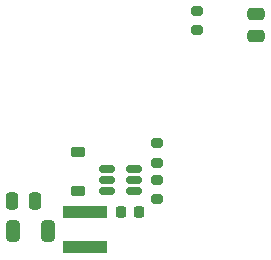
<source format=gtp>
%TF.GenerationSoftware,KiCad,Pcbnew,9.0.7*%
%TF.CreationDate,2026-02-24T20:15:18+00:00*%
%TF.ProjectId,AD5M,4144354d-2e6b-4696-9361-645f70636258,rev?*%
%TF.SameCoordinates,Original*%
%TF.FileFunction,Paste,Top*%
%TF.FilePolarity,Positive*%
%FSLAX46Y46*%
G04 Gerber Fmt 4.6, Leading zero omitted, Abs format (unit mm)*
G04 Created by KiCad (PCBNEW 9.0.7) date 2026-02-24 20:15:18*
%MOMM*%
%LPD*%
G01*
G04 APERTURE LIST*
G04 Aperture macros list*
%AMRoundRect*
0 Rectangle with rounded corners*
0 $1 Rounding radius*
0 $2 $3 $4 $5 $6 $7 $8 $9 X,Y pos of 4 corners*
0 Add a 4 corners polygon primitive as box body*
4,1,4,$2,$3,$4,$5,$6,$7,$8,$9,$2,$3,0*
0 Add four circle primitives for the rounded corners*
1,1,$1+$1,$2,$3*
1,1,$1+$1,$4,$5*
1,1,$1+$1,$6,$7*
1,1,$1+$1,$8,$9*
0 Add four rect primitives between the rounded corners*
20,1,$1+$1,$2,$3,$4,$5,0*
20,1,$1+$1,$4,$5,$6,$7,0*
20,1,$1+$1,$6,$7,$8,$9,0*
20,1,$1+$1,$8,$9,$2,$3,0*%
G04 Aperture macros list end*
%ADD10RoundRect,0.200000X0.275000X-0.200000X0.275000X0.200000X-0.275000X0.200000X-0.275000X-0.200000X0*%
%ADD11RoundRect,0.225000X0.375000X-0.225000X0.375000X0.225000X-0.375000X0.225000X-0.375000X-0.225000X0*%
%ADD12RoundRect,0.250000X0.250000X0.475000X-0.250000X0.475000X-0.250000X-0.475000X0.250000X-0.475000X0*%
%ADD13RoundRect,0.250000X0.325000X0.650000X-0.325000X0.650000X-0.325000X-0.650000X0.325000X-0.650000X0*%
%ADD14RoundRect,0.250000X-0.475000X0.250000X-0.475000X-0.250000X0.475000X-0.250000X0.475000X0.250000X0*%
%ADD15R,3.700000X1.100000*%
%ADD16RoundRect,0.225000X0.225000X0.250000X-0.225000X0.250000X-0.225000X-0.250000X0.225000X-0.250000X0*%
%ADD17RoundRect,0.150000X0.512500X0.150000X-0.512500X0.150000X-0.512500X-0.150000X0.512500X-0.150000X0*%
G04 APERTURE END LIST*
D10*
%TO.C,R3*%
X168950000Y-69675000D03*
X168950000Y-68025000D03*
%TD*%
D11*
%TO.C,D1*%
X158850000Y-83300000D03*
X158850000Y-80000000D03*
%TD*%
D12*
%TO.C,C1*%
X155200000Y-84150000D03*
X153300000Y-84150000D03*
%TD*%
D13*
%TO.C,C4*%
X156325000Y-86650000D03*
X153375000Y-86650000D03*
%TD*%
D14*
%TO.C,C2*%
X173950000Y-68300000D03*
X173950000Y-70200000D03*
%TD*%
D15*
%TO.C,L1*%
X159450000Y-85050000D03*
X159450000Y-88050000D03*
%TD*%
D10*
%TO.C,R2*%
X165550000Y-80875000D03*
X165550000Y-79225000D03*
%TD*%
D16*
%TO.C,C3*%
X164025000Y-85050000D03*
X162475000Y-85050000D03*
%TD*%
D10*
%TO.C,R1*%
X165550000Y-83975000D03*
X165550000Y-82325000D03*
%TD*%
D17*
%TO.C,U1*%
X163587500Y-83300000D03*
X163587500Y-82350000D03*
X163587500Y-81400000D03*
X161312500Y-81400000D03*
X161312500Y-82350000D03*
X161312500Y-83300000D03*
%TD*%
M02*

</source>
